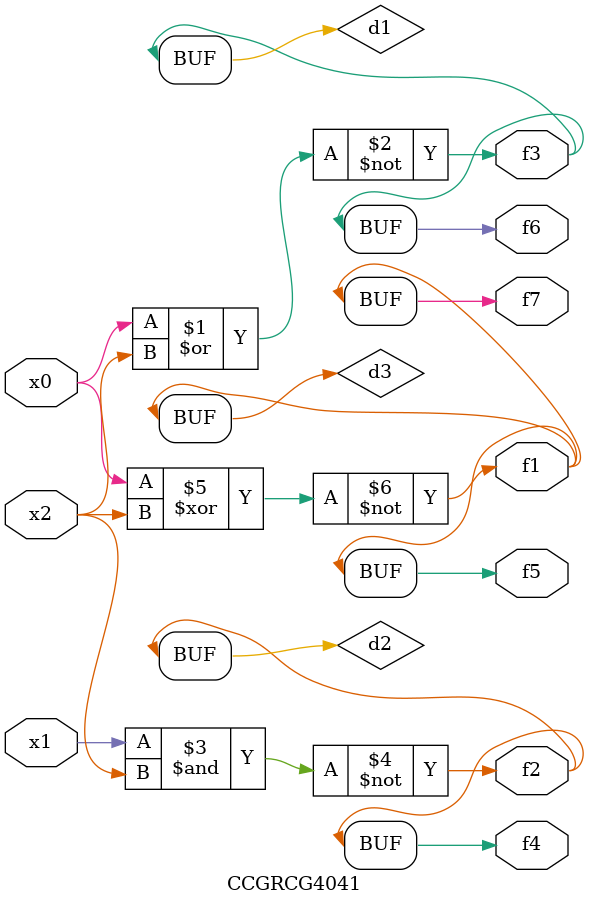
<source format=v>
module CCGRCG4041(
	input x0, x1, x2,
	output f1, f2, f3, f4, f5, f6, f7
);

	wire d1, d2, d3;

	nor (d1, x0, x2);
	nand (d2, x1, x2);
	xnor (d3, x0, x2);
	assign f1 = d3;
	assign f2 = d2;
	assign f3 = d1;
	assign f4 = d2;
	assign f5 = d3;
	assign f6 = d1;
	assign f7 = d3;
endmodule

</source>
